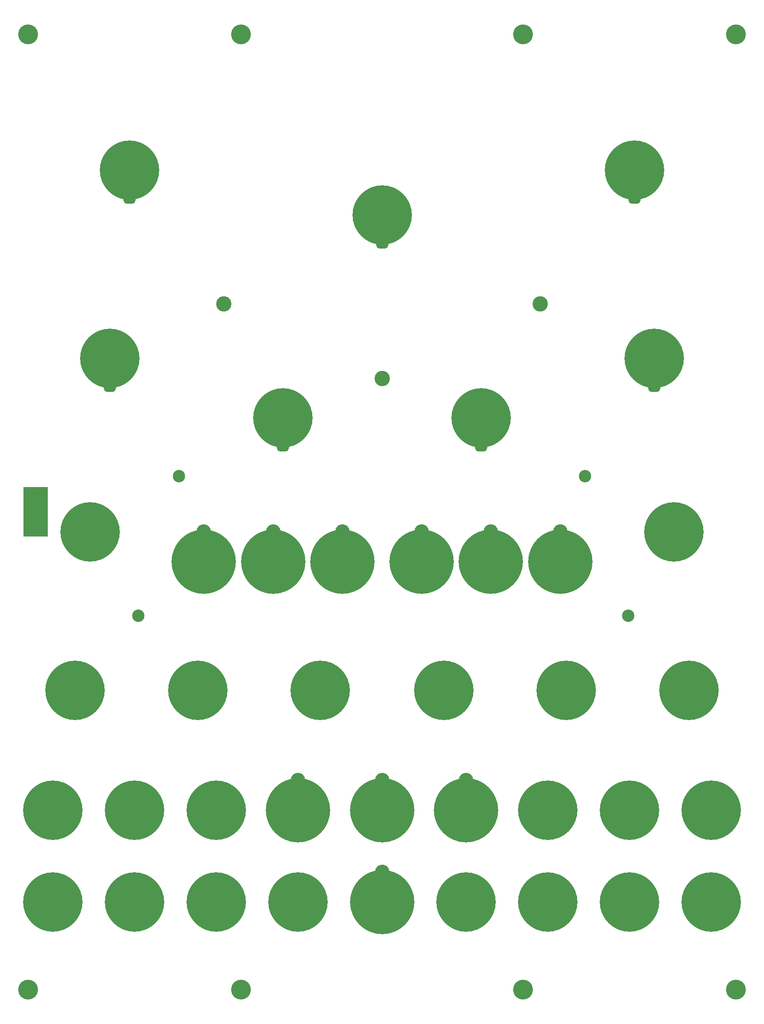
<source format=gbs>
%TF.GenerationSoftware,KiCad,Pcbnew,9.0.0*%
%TF.CreationDate,2025-03-15T21:35:03+01:00*%
%TF.ProjectId,DMH_Dual_VCF_Diode_Ladder_Mk2_PANEL,444d485f-4475-4616-9c5f-5643465f4469,rev?*%
%TF.SameCoordinates,Original*%
%TF.FileFunction,Soldermask,Bot*%
%TF.FilePolarity,Negative*%
%FSLAX46Y46*%
G04 Gerber Fmt 4.6, Leading zero omitted, Abs format (unit mm)*
G04 Created by KiCad (PCBNEW 9.0.0) date 2025-03-15 21:35:03*
%MOMM*%
%LPD*%
G01*
G04 APERTURE LIST*
%ADD10C,2.900000*%
%ADD11C,13.000000*%
%ADD12C,0.500000*%
%ADD13C,12.000000*%
%ADD14C,2.500000*%
%ADD15C,3.100000*%
%ADD16C,4.000000*%
%ADD17O,2.500000X1.500000*%
%ADD18R,5.000000X10.000000*%
G04 APERTURE END LIST*
D10*
%TO.C,H34*%
X122000000Y-133900000D03*
D11*
X122000000Y-140000000D03*
%TD*%
D12*
%TO.C,H15*%
X144300000Y-190250000D03*
X145960000Y-186220000D03*
X145970000Y-194290000D03*
X150000000Y-184550000D03*
D13*
X150000000Y-190250000D03*
D12*
X150000000Y-195950000D03*
X154030000Y-194290000D03*
X154040000Y-186220000D03*
X155700000Y-190250000D03*
%TD*%
D14*
%TO.C,H52*%
X141000000Y-122750000D03*
%TD*%
D10*
%TO.C,H33*%
X100000000Y-202650000D03*
D11*
X100000000Y-208750000D03*
%TD*%
D15*
%TO.C,H40*%
X68000000Y-88000000D03*
%TD*%
D16*
%TO.C,H3*%
X28500000Y-226500000D03*
%TD*%
D13*
%TO.C,H22*%
X159000000Y-134000000D03*
%TD*%
D12*
%TO.C,H25*%
X144300000Y-208750000D03*
X145960000Y-204720000D03*
X145970000Y-212790000D03*
X150000000Y-203050000D03*
D13*
X150000000Y-208750000D03*
D12*
X150000000Y-214450000D03*
X154030000Y-212790000D03*
X154040000Y-204720000D03*
X155700000Y-208750000D03*
%TD*%
%TO.C,H16*%
X160800000Y-190250000D03*
X162460000Y-186220000D03*
X162470000Y-194290000D03*
X166500000Y-184550000D03*
D13*
X166500000Y-190250000D03*
D12*
X166500000Y-195950000D03*
X170530000Y-194290000D03*
X170540000Y-186220000D03*
X172200000Y-190250000D03*
%TD*%
D16*
%TO.C,H39*%
X128500000Y-226500000D03*
%TD*%
D10*
%TO.C,H23*%
X117000000Y-184150000D03*
D11*
X117000000Y-190250000D03*
%TD*%
D12*
%TO.C,H5*%
X27800000Y-190250000D03*
X29460000Y-186220000D03*
X29470000Y-194290000D03*
X33500000Y-184550000D03*
D13*
X33500000Y-190250000D03*
D12*
X33500000Y-195950000D03*
X37530000Y-194290000D03*
X37540000Y-186220000D03*
X39200000Y-190250000D03*
%TD*%
D14*
%TO.C,H53*%
X50750000Y-151000000D03*
%TD*%
D13*
%TO.C,H17*%
X38000000Y-166000000D03*
%TD*%
D14*
%TO.C,H51*%
X59000000Y-122750000D03*
%TD*%
D13*
%TO.C,H10*%
X45000000Y-99000000D03*
D17*
X45000000Y-105000000D03*
%TD*%
D13*
%TO.C,H12*%
X41000000Y-134000000D03*
%TD*%
D10*
%TO.C,H44*%
X100000000Y-184150000D03*
D11*
X100000000Y-190250000D03*
%TD*%
D13*
%TO.C,H32*%
X112500000Y-166000000D03*
%TD*%
D12*
%TO.C,H50*%
X127800000Y-208750000D03*
X129460000Y-204720000D03*
X129470000Y-212790000D03*
X133500000Y-203050000D03*
D13*
X133500000Y-208750000D03*
D12*
X133500000Y-214450000D03*
X137530000Y-212790000D03*
X137540000Y-204720000D03*
X139200000Y-208750000D03*
%TD*%
D13*
%TO.C,H11*%
X80000000Y-111000000D03*
D17*
X80000000Y-117000000D03*
%TD*%
D10*
%TO.C,H20*%
X78000000Y-133900000D03*
D11*
X78000000Y-140000000D03*
%TD*%
D10*
%TO.C,H24*%
X136000000Y-133900000D03*
D11*
X136000000Y-140000000D03*
%TD*%
D12*
%TO.C,H29*%
X111300000Y-208750000D03*
X112960000Y-204720000D03*
X112970000Y-212790000D03*
X117000000Y-203050000D03*
D13*
X117000000Y-208750000D03*
D12*
X117000000Y-214450000D03*
X121030000Y-212790000D03*
X121040000Y-204720000D03*
X122700000Y-208750000D03*
%TD*%
D13*
%TO.C,H13*%
X87500000Y-166000000D03*
%TD*%
D16*
%TO.C,H36*%
X71500000Y-33500000D03*
%TD*%
D15*
%TO.C,H41*%
X100000000Y-103000000D03*
%TD*%
D12*
%TO.C,H6*%
X44300000Y-190250000D03*
X45960000Y-186220000D03*
X45970000Y-194290000D03*
X50000000Y-184550000D03*
D13*
X50000000Y-190250000D03*
D12*
X50000000Y-195950000D03*
X54030000Y-194290000D03*
X54040000Y-186220000D03*
X55700000Y-190250000D03*
%TD*%
D16*
%TO.C,H37*%
X71500000Y-226500000D03*
%TD*%
D12*
%TO.C,H30*%
X160800000Y-208750000D03*
X162460000Y-204720000D03*
X162470000Y-212790000D03*
X166500000Y-203050000D03*
D13*
X166500000Y-208750000D03*
D12*
X166500000Y-214450000D03*
X170530000Y-212790000D03*
X170540000Y-204720000D03*
X172200000Y-208750000D03*
%TD*%
D13*
%TO.C,H27*%
X151000000Y-61000000D03*
D17*
X151000000Y-67000000D03*
%TD*%
D16*
%TO.C,H38*%
X128500000Y-33500000D03*
%TD*%
D13*
%TO.C,H9*%
X49000000Y-61000000D03*
D17*
X49000000Y-67000000D03*
%TD*%
D12*
%TO.C,H8*%
X27800000Y-208750000D03*
X29460000Y-204720000D03*
X29470000Y-212790000D03*
X33500000Y-203050000D03*
D13*
X33500000Y-208750000D03*
D12*
X33500000Y-214450000D03*
X37530000Y-212790000D03*
X37540000Y-204720000D03*
X39200000Y-208750000D03*
%TD*%
D13*
%TO.C,H31*%
X120000000Y-111000000D03*
D17*
X120000000Y-117000000D03*
%TD*%
D12*
%TO.C,H18*%
X44300000Y-208750000D03*
X45960000Y-204720000D03*
X45970000Y-212790000D03*
X50000000Y-203050000D03*
D13*
X50000000Y-208750000D03*
D12*
X50000000Y-214450000D03*
X54030000Y-212790000D03*
X54040000Y-204720000D03*
X55700000Y-208750000D03*
%TD*%
D10*
%TO.C,H19*%
X83000000Y-184150000D03*
D11*
X83000000Y-190250000D03*
%TD*%
D14*
%TO.C,H54*%
X149750000Y-151000000D03*
%TD*%
D15*
%TO.C,H42*%
X132000000Y-88000000D03*
%TD*%
D13*
%TO.C,H21*%
X155000000Y-99000000D03*
D17*
X155000000Y-105000000D03*
%TD*%
D16*
%TO.C,H2*%
X171500000Y-33500000D03*
%TD*%
%TO.C,H4*%
X171500000Y-226500000D03*
%TD*%
D13*
%TO.C,H28*%
X162000000Y-166000000D03*
%TD*%
D12*
%TO.C,H7*%
X77300000Y-208750000D03*
X78960000Y-204720000D03*
X78970000Y-212790000D03*
X83000000Y-203050000D03*
D13*
X83000000Y-208750000D03*
D12*
X83000000Y-214450000D03*
X87030000Y-212790000D03*
X87040000Y-204720000D03*
X88700000Y-208750000D03*
%TD*%
D13*
%TO.C,H43*%
X100000000Y-70000000D03*
D17*
X100000000Y-76000000D03*
%TD*%
D16*
%TO.C,H1*%
X28500000Y-33500000D03*
%TD*%
D13*
%TO.C,H46*%
X137250000Y-166000000D03*
%TD*%
D12*
%TO.C,H48*%
X60800000Y-208750000D03*
X62460000Y-204720000D03*
X62470000Y-212790000D03*
X66500000Y-203050000D03*
D13*
X66500000Y-208750000D03*
D12*
X66500000Y-214450000D03*
X70530000Y-212790000D03*
X70540000Y-204720000D03*
X72200000Y-208750000D03*
%TD*%
D13*
%TO.C,H45*%
X62750000Y-166000000D03*
%TD*%
D10*
%TO.C,H14*%
X64000000Y-133900000D03*
D11*
X64000000Y-140000000D03*
%TD*%
D10*
%TO.C,H26*%
X92000000Y-133900000D03*
D11*
X92000000Y-140000000D03*
%TD*%
D12*
%TO.C,H47*%
X60800000Y-190250000D03*
X62460000Y-186220000D03*
X62470000Y-194290000D03*
X66500000Y-184550000D03*
D13*
X66500000Y-190250000D03*
D12*
X66500000Y-195950000D03*
X70530000Y-194290000D03*
X70540000Y-186220000D03*
X72200000Y-190250000D03*
%TD*%
%TO.C,H49*%
X127800000Y-190250000D03*
X129460000Y-186220000D03*
X129470000Y-194290000D03*
X133500000Y-184550000D03*
D13*
X133500000Y-190250000D03*
D12*
X133500000Y-195950000D03*
X137530000Y-194290000D03*
X137540000Y-186220000D03*
X139200000Y-190250000D03*
%TD*%
D10*
%TO.C,H35*%
X108000000Y-133900000D03*
D11*
X108000000Y-140000000D03*
%TD*%
D18*
%TO.C,J0*%
X30000000Y-130000000D03*
%TD*%
M02*

</source>
